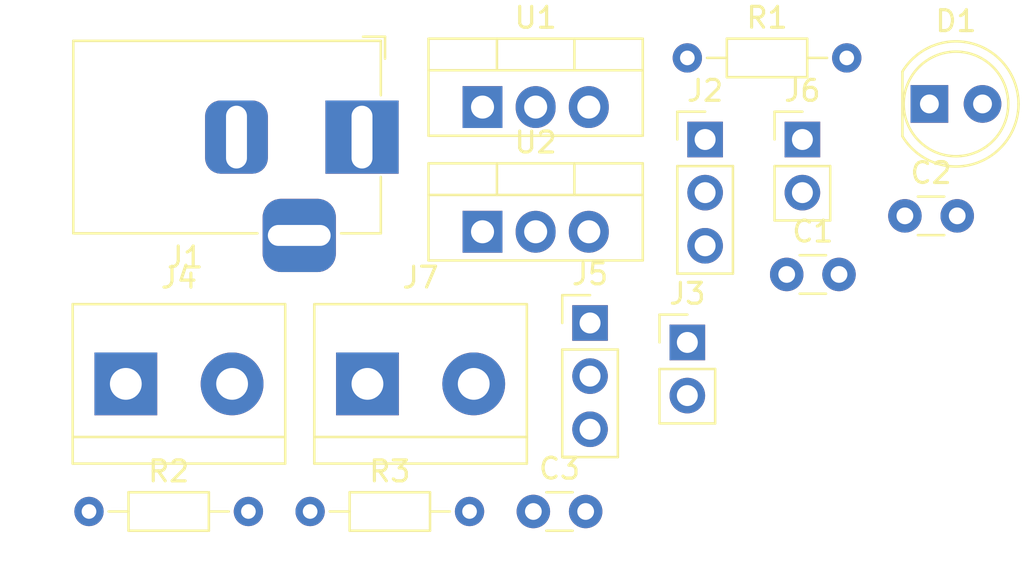
<source format=kicad_pcb>
(kicad_pcb (version 20211014) (generator pcbnew)
  (layers (0 "F.Cu" signal) (31 "B.Cu" signal) (34 "B.Paste" user) (35 "F.Paste" user) (36 "B.SilkS" user "B.Silkscreen") (37 "F.SilkS" user "F.Silkscreen") (38 "B.Mask" user) (39 "F.Mask" user) (44 "Edge.Cuts" user))
  (net 0 "")
  (net 1 "/12V")
  (net 2 "GND")
  (net 3 "/5V")
  (net 4 "/3.3V")
  (net 5 "Net-(D1-Pad2)")
  (net 6 "/PWR_input")
  (net 7 "/PWR_output")
  (net 8 "Net-(R2-Pad1)")
  (footprint "Capacitor_THT:C_Disc_D3.0mm_W1.6mm_P2.50mm" (layer "F.Cu") (at 168.21 91.18)
    (fp_text reference "C2" (at 1.25 -2.05) (layer "F.SilkS"))
    (fp_text value "0.1u")
    (fp_line (start 0.621 0.92) (end 1.879 0.92) (layer "F.SilkS") (width 0.12))
    (fp_line (start 0.621 -0.92) (end 1.879 -0.92) (layer "F.SilkS") (width 0.12))
    (pad "1" thru_hole circle (at 0 0) (size 1.6 1.6) (drill 0.8) (layers *.Cu *.Mask) (net 3 "/5V"))
    (pad "2" thru_hole circle (at 2.5 0) (size 1.6 1.6) (drill 0.8) (layers *.Cu *.Mask) (net 2 "GND"))
  )
  (footprint "Resistor_THT:R_Axial_DIN0204_L3.6mm_D1.6mm_P7.62mm_Horizontal" (layer "F.Cu") (at 157.81 83.63)
    (fp_text reference "R1" (at 3.81 -1.92) (layer "F.SilkS"))
    (fp_text value "330")
    (fp_line (start 5.73 -0.92) (end 1.89 -0.92) (layer "F.SilkS") (width 0.12))
    (fp_line (start 1.89 -0.92) (end 1.89 0.92) (layer "F.SilkS") (width 0.12))
    (fp_line (start 6.68 0) (end 5.73 0) (layer "F.SilkS") (width 0.12))
    (fp_line (start 1.89 0.92) (end 5.73 0.92) (layer "F.SilkS") (width 0.12))
    (fp_line (start 0.94 0) (end 1.89 0) (layer "F.SilkS") (width 0.12))
    (fp_line (start 5.73 0.92) (end 5.73 -0.92) (layer "F.SilkS") (width 0.12))
    (pad "1" thru_hole circle (at 0 0) (size 1.4 1.4) (drill 0.7) (layers *.Cu *.Mask) (net 5 "Net-(D1-Pad2)"))
    (pad "2" thru_hole oval (at 7.62 0) (size 1.4 1.4) (drill 0.7) (layers *.Cu *.Mask) (net 1 "/12V"))
  )
  (footprint "Capacitor_THT:C_Disc_D3.0mm_W1.6mm_P2.50mm" (layer "F.Cu") (at 162.56 93.98)
    (fp_text reference "C1" (at 1.25 -2.05) (layer "F.SilkS"))
    (fp_text value "10u")
    (fp_line (start 0.621 -0.92) (end 1.879 -0.92) (layer "F.SilkS") (width 0.12))
    (fp_line (start 0.621 0.92) (end 1.879 0.92) (layer "F.SilkS") (width 0.12))
    (pad "1" thru_hole circle (at 0 0) (size 1.6 1.6) (drill 0.8) (layers *.Cu *.Mask) (net 1 "/12V"))
    (pad "2" thru_hole circle (at 2.5 0) (size 1.6 1.6) (drill 0.8) (layers *.Cu *.Mask) (net 2 "GND"))
  )
  (footprint "Package_TO_SOT_THT:TO-220-3_Vertical" (layer "F.Cu") (at 148.02 85.98)
    (fp_text reference "U1" (at 2.54 -4.27) (layer "F.SilkS"))
    (fp_text value "LM317_TO-220")
    (fp_line (start -2.58 1.371) (end 7.66 1.371) (layer "F.SilkS") (width 0.12))
    (fp_line (start 0.69 -3.27) (end 0.69 -1.76) (layer "F.SilkS") (width 0.12))
    (fp_line (start -2.58 -3.27) (end -2.58 1.371) (layer "F.SilkS") (width 0.12))
    (fp_line (start -2.58 -1.76) (end 7.66 -1.76) (layer "F.SilkS") (width 0.12))
    (fp_line (start 7.66 -3.27) (end 7.66 1.371) (layer "F.SilkS") (width 0.12))
    (fp_line (start 4.391 -3.27) (end 4.391 -1.76) (layer "F.SilkS") (width 0.12))
    (fp_line (start -2.58 -3.27) (end 7.66 -3.27) (layer "F.SilkS") (width 0.12))
    (pad "1" thru_hole rect (at 0 0) (size 1.905 2) (drill 1.1) (layers *.Cu *.Mask) (net 8 "Net-(R2-Pad1)"))
    (pad "2" thru_hole oval (at 2.54 0) (size 1.905 2) (drill 1.1) (layers *.Cu *.Mask) (net 4 "/3.3V"))
    (pad "3" thru_hole oval (at 5.08 0) (size 1.905 2) (drill 1.1) (layers *.Cu *.Mask) (net 1 "/12V"))
  )
  (footprint "Connector_PinHeader_2.54mm:PinHeader_1x03_P2.54mm_Vertical" (layer "F.Cu") (at 153.16 96.3)
    (fp_text reference "J5" (at 0 -2.33) (layer "F.SilkS"))
    (fp_text value "Conn_01x03_Male")
    (fp_line (start -1.33 -1.33) (end 0 -1.33) (layer "F.SilkS") (width 0.12))
    (fp_line (start 1.33 1.27) (end 1.33 6.41) (layer "F.SilkS") (width 0.12))
    (fp_line (start -1.33 1.27) (end -1.33 6.41) (layer "F.SilkS") (width 0.12))
    (fp_line (start -1.33 0) (end -1.33 -1.33) (layer "F.SilkS") (width 0.12))
    (fp_line (start -1.33 1.27) (end 1.33 1.27) (layer "F.SilkS") (width 0.12))
    (fp_line (start -1.33 6.41) (end 1.33 6.41) (layer "F.SilkS") (width 0.12))
    (pad "1" thru_hole rect (at 0 0) (size 1.7 1.7) (drill 1) (layers *.Cu *.Mask) (net 4 "/3.3V"))
    (pad "2" thru_hole oval (at 0 2.54) (size 1.7 1.7) (drill 1) (layers *.Cu *.Mask) (net 7 "/PWR_output"))
    (pad "3" thru_hole oval (at 0 5.08) (size 1.7 1.7) (drill 1) (layers *.Cu *.Mask) (net 3 "/5V"))
  )
  (footprint "Connector_BarrelJack:BarrelJack_Horizontal" (layer "F.Cu") (at 142.26 87.415)
    (fp_text reference "J1" (at -8.45 5.75) (layer "F.SilkS"))
    (fp_text value "Barrel_Jack_Switch")
    (fp_line (start 0.05 -4.8) (end 1.1 -4.8) (layer "F.SilkS") (width 0.12))
    (fp_line (start 1.1 -3.75) (end 1.1 -4.8) (layer "F.SilkS") (width 0.12))
    (fp_line (start 0.9 1.9) (end 0.9 4.6) (layer "F.SilkS") (width 0.12))
    (fp_line (start 0.9 4.6) (end -1 4.6) (layer "F.SilkS") (width 0.12))
    (fp_line (start -5 4.6) (end -13.8 4.6) (layer "F.SilkS") (width 0.12))
    (fp_line (start 0.9 -4.6) (end 0.9 -2) (layer "F.SilkS") (width 0.12))
    (fp_line (start -13.8 -4.6) (end 0.9 -4.6) (layer "F.SilkS") (width 0.12))
    (fp_line (start -13.8 4.6) (end -13.8 -4.6) (layer "F.SilkS") (width 0.12))
    (pad "1" thru_hole rect (at 0 0) (size 3.5 3.5) (drill oval 1 3) (layers *.Cu *.Mask) (net 6 "/PWR_input"))
    (pad "2" thru_hole roundrect (at -6 0) (size 3 3.5) (drill oval 1 3) (layers *.Cu *.Mask) (net 2 "GND"))
    (pad "3" thru_hole roundrect (at -3 4.7) (size 3.5 3.5) (drill oval 3 1) (layers *.Cu *.Mask) (net 2 "GND"))
  )
  (footprint "TerminalBlock:TerminalBlock_bornier-2_P5.08mm" (layer "F.Cu") (at 142.52 99.21)
    (fp_text reference "J7" (at 2.54 -5.08) (layer "F.SilkS"))
    (fp_text value "Screw_Terminal_01x02")
    (fp_line (start 7.62 3.81) (end 7.62 -3.81) (layer "F.SilkS") (width 0.12))
    (fp_line (start -2.54 -3.81) (end -2.54 3.81) (layer "F.SilkS") (width 0.12))
    (fp_line (start 7.62 -3.81) (end -2.54 -3.81) (layer "F.SilkS") (width 0.12))
    (fp_line (start -2.54 3.81) (end 7.62 3.81) (layer "F.SilkS") (width 0.12))
    (fp_line (start 7.62 2.54) (end -2.54 2.54) (layer "F.SilkS") (width 0.12))
    (pad "1" thru_hole rect (at 0 0) (size 3 3) (drill 1.52) (layers *.Cu *.Mask) (net 2 "GND"))
    (pad "2" thru_hole circle (at 5.08 0) (size 3 3) (drill 1.52) (layers *.Cu *.Mask) (net 7 "/PWR_output"))
  )
  (footprint "TerminalBlock:TerminalBlock_bornier-2_P5.08mm" (layer "F.Cu") (at 130.97 99.21)
    (fp_text reference "J4" (at 2.54 -5.08) (layer "F.SilkS"))
    (fp_text value "Screw_Terminal_01x02")
    (fp_line (start 7.62 2.54) (end -2.54 2.54) (layer "F.SilkS") (width 0.12))
    (fp_line (start 7.62 -3.81) (end -2.54 -3.81) (layer "F.SilkS") (width 0.12))
    (fp_line (start 7.62 3.81) (end 7.62 -3.81) (layer "F.SilkS") (width 0.12))
    (fp_line (start -2.54 -3.81) (end -2.54 3.81) (layer "F.SilkS") (width 0.12))
    (fp_line (start -2.54 3.81) (end 7.62 3.81) (layer "F.SilkS") (width 0.12))
    (pad "1" thru_hole rect (at 0 0) (size 3 3) (drill 1.52) (layers *.Cu *.Mask) (net 2 "GND"))
    (pad "2" thru_hole circle (at 5.08 0) (size 3 3) (drill 1.52) (layers *.Cu *.Mask) (net 7 "/PWR_output"))
  )
  (footprint "Capacitor_THT:C_Disc_D3.0mm_W1.6mm_P2.50mm" (layer "F.Cu") (at 150.45 105.31)
    (fp_text reference "C3" (at 1.25 -2.05) (layer "F.SilkS"))
    (fp_text value "1u")
    (fp_line (start 0.621 -0.92) (end 1.879 -0.92) (layer "F.SilkS") (width 0.12))
    (fp_line (start 0.621 0.92) (end 1.879 0.92) (layer "F.SilkS") (width 0.12))
    (pad "1" thru_hole circle (at 0 0) (size 1.6 1.6) (drill 0.8) (layers *.Cu *.Mask) (net 4 "/3.3V"))
    (pad "2" thru_hole circle (at 2.5 0) (size 1.6 1.6) (drill 0.8) (layers *.Cu *.Mask) (net 2 "GND"))
  )
  (footprint "Resistor_THT:R_Axial_DIN0204_L3.6mm_D1.6mm_P7.62mm_Horizontal" (layer "F.Cu") (at 139.78 105.31)
    (fp_text reference "R3" (at 3.81 -1.92) (layer "F.SilkS"))
    (fp_text value "560")
    (fp_line (start 5.73 0.92) (end 5.73 -0.92) (layer "F.SilkS") (width 0.12))
    (fp_line (start 6.68 0) (end 5.73 0) (layer "F.SilkS") (width 0.12))
    (fp_line (start 1.89 -0.92) (end 1.89 0.92) (layer "F.SilkS") (width 0.12))
    (fp_line (start 1.89 0.92) (end 5.73 0.92) (layer "F.SilkS") (width 0.12))
    (fp_line (start 5.73 -0.92) (end 1.89 -0.92) (layer "F.SilkS") (width 0.12))
    (fp_line (start 0.94 0) (end 1.89 0) (layer "F.SilkS") (width 0.12))
    (pad "1" thru_hole circle (at 0 0) (size 1.4 1.4) (drill 0.7) (layers *.Cu *.Mask) (net 2 "GND"))
    (pad "2" thru_hole oval (at 7.62 0) (size 1.4 1.4) (drill 0.7) (layers *.Cu *.Mask) (net 8 "Net-(R2-Pad1)"))
  )
  (footprint "Connector_PinHeader_2.54mm:PinHeader_1x02_P2.54mm_Vertical" (layer "F.Cu") (at 157.81 97.23)
    (fp_text reference "J3" (at 0 -2.33) (layer "F.SilkS"))
    (fp_text value "Conn_01x02_Male")
    (fp_line (start -1.33 0) (end -1.33 -1.33) (layer "F.SilkS") (width 0.12))
    (fp_line (start -1.33 1.27) (end -1.33 3.87) (layer "F.SilkS") (width 0.12))
    (fp_line (start -1.33 1.27) (end 1.33 1.27) (layer "F.SilkS") (width 0.12))
    (fp_line (start -1.33 3.87) (end 1.33 3.87) (layer "F.SilkS") (width 0.12))
    (fp_line (start -1.33 -1.33) (end 0 -1.33) (layer "F.SilkS") (width 0.12))
    (fp_line (start 1.33 1.27) (end 1.33 3.87) (layer "F.SilkS") (width 0.12))
    (pad "1" thru_hole rect (at 0 0) (size 1.7 1.7) (drill 1) (layers *.Cu *.Mask) (net 2 "GND"))
    (pad "2" thru_hole oval (at 0 2.54) (size 1.7 1.7) (drill 1) (layers *.Cu *.Mask) (net 7 "/PWR_output"))
  )
  (footprint "Package_TO_SOT_THT:TO-220-3_Vertical" (layer "F.Cu") (at 148.02 91.94)
    (fp_text reference "U2" (at 2.54 -4.27) (layer "F.SilkS"))
    (fp_text value "LM7805_TO220")
    (fp_line (start -2.58 -3.27) (end -2.58 1.371) (layer "F.SilkS") (width 0.12))
    (fp_line (start 7.66 -3.27) (end 7.66 1.371) (layer "F.SilkS") (width 0.12))
    (fp_line (start 0.69 -3.27) (end 0.69 -1.76) (layer "F.SilkS") (width 0.12))
    (fp_line (start -2.58 1.371) (end 7.66 1.371) (layer "F.SilkS") (width 0.12))
    (fp_line (start -2.58 -1.76) (end 7.66 -1.76) (layer "F.SilkS") (width 0.12))
    (fp_line (start 4.391 -3.27) (end 4.391 -1.76) (layer "F.SilkS") (width 0.12))
    (fp_line (start -2.58 -3.27) (end 7.66 -3.27) (layer "F.SilkS") (width 0.12))
    (pad "1" thru_hole rect (at 0 0) (size 1.905 2) (drill 1.1) (layers *.Cu *.Mask) (net 1 "/12V"))
    (pad "2" thru_hole oval (at 2.54 0) (size 1.905 2) (drill 1.1) (layers *.Cu *.Mask) (net 2 "GND"))
    (pad "3" thru_hole oval (at 5.08 0) (size 1.905 2) (drill 1.1) (layers *.Cu *.Mask) (net 3 "/5V"))
  )
  (footprint "Resistor_THT:R_Axial_DIN0204_L3.6mm_D1.6mm_P7.62mm_Horizontal" (layer "F.Cu") (at 129.21 105.31)
    (fp_text reference "R2" (at 3.81 -1.92) (layer "F.SilkS"))
    (fp_text value "330")
    (fp_line (start 5.73 0.92) (end 5.73 -0.92) (layer "F.SilkS") (width 0.12))
    (fp_line (start 0.94 0) (end 1.89 0) (layer "F.SilkS") (width 0.12))
    (fp_line (start 1.89 0.92) (end 5.73 0.92) (layer "F.SilkS") (width 0.12))
    (fp_line (start 1.89 -0.92) (end 1.89 0.92) (layer "F.SilkS") (width 0.12))
    (fp_line (start 5.73 -0.92) (end 1.89 -0.92) (layer "F.SilkS") (width 0.12))
    (fp_line (start 6.68 0) (end 5.73 0) (layer "F.SilkS") (width 0.12))
    (pad "1" thru_hole circle (at 0 0) (size 1.4 1.4) (drill 0.7) (layers *.Cu *.Mask) (net 8 "Net-(R2-Pad1)"))
    (pad "2" thru_hole oval (at 7.62 0) (size 1.4 1.4) (drill 0.7) (layers *.Cu *.Mask) (net 4 "/3.3V"))
  )
  (footprint "Connector_PinHeader_2.54mm:PinHeader_1x03_P2.54mm_Vertical" (layer "F.Cu") (at 158.66 87.53)
    (fp_text reference "J2" (at 0 -2.33) (layer "F.SilkS"))
    (fp_text value "Conn_01x03_Male")
    (fp_line (start -1.33 -1.33) (end 0 -1.33) (layer "F.SilkS") (width 0.12))
    (fp_line (start -1.33 1.27) (end 1.33 1.27) (layer "F.SilkS") (width 0.12))
    (fp_line (start 1.33 1.27) (end 1.33 6.41) (layer "F.SilkS") (width 0.12))
    (fp_line (start -1.33 6.41) (end 1.33 6.41) (layer "F.SilkS") (width 0.12))
    (fp_line (start -1.33 1.27) (end -1.33 6.41) (layer "F.SilkS") (width 0.12))
    (fp_line (start -1.33 0) (end -1.33 -1.33) (layer "F.SilkS") (width 0.12))
    (pad "1" thru_hole rect (at 0 0) (size 1.7 1.7) (drill 1) (layers *.Cu *.Mask) (net 4 "/3.3V"))
    (pad "2" thru_hole oval (at 0 2.54) (size 1.7 1.7) (drill 1) (layers *.Cu *.Mask) (net 7 "/PWR_output"))
    (pad "3" thru_hole oval (at 0 5.08) (size 1.7 1.7) (drill 1) (layers *.Cu *.Mask) (net 3 "/5V"))
  )
  (footprint "Connector_PinHeader_2.54mm:PinHeader_1x02_P2.54mm_Vertical" (layer "F.Cu") (at 163.31 87.53)
    (fp_text reference "J6" (at 0 -2.33) (layer "F.SilkS"))
    (fp_text value "Conn_01x02_Male")
    (fp_line (start -1.33 3.87) (end 1.33 3.87) (layer "F.SilkS") (width 0.12))
    (fp_line (start 1.33 1.27) (end 1.33 3.87) (layer "F.SilkS") (width 0.12))
    (fp_line (start -1.33 -1.33) (end 0 -1.33) (layer "F.SilkS") (width 0.12))
    (fp_line (start -1.33 1.27) (end -1.33 3.87) (layer "F.SilkS") (width 0.12))
    (fp_line (start -1.33 1.27) (end 1.33 1.27) (layer "F.SilkS") (width 0.12))
    (fp_line (start -1.33 0) (end -1.33 -1.33) (layer "F.SilkS") (width 0.12))
    (pad "1" thru_hole rect (at 0 0) (size 1.7 1.7) (drill 1) (layers *.Cu *.Mask) (net 2 "GND"))
    (pad "2" thru_hole oval (at 0 2.54) (size 1.7 1.7) (drill 1) (layers *.Cu *.Mask) (net 7 "/PWR_output"))
  )
  (footprint "LED_THT:LED_D5.0mm" (layer "F.Cu") (at 169.38 85.83)
    (fp_text reference "D1" (at 1.27 -3.96) (layer "F.SilkS"))
    (fp_text value "LED")
    (fp_line (start -1.29 -1.545) (end -1.29 1.545) (layer "F.SilkS") (width 0.12))
    (fp_arc (start -1.29 -1.54483) (mid 2.072002 -2.880433) (end 4.26 0.000462) (layer "F.SilkS") (width 0.12))
    (fp_arc (start 4.26 -0.000462) (mid 2.072002 2.880433) (end -1.29 1.54483) (layer "F.SilkS") (width 0.12))
    (fp_circle (center 1.27 0) (end 3.77 0) (layer "F.SilkS") (width 0.12) (fill none))
    (pad "1" thru_hole rect (at 0 0) (size 1.8 1.8) (drill 0.9) (layers *.Cu *.Mask) (net 2 "GND"))
    (pad "2" thru_hole circle (at 2.54 0) (size 1.8 1.8) (drill 0.9) (layers *.Cu *.Mask) (net 5 "Net-(D1-Pad2)"))
  )
)
</source>
